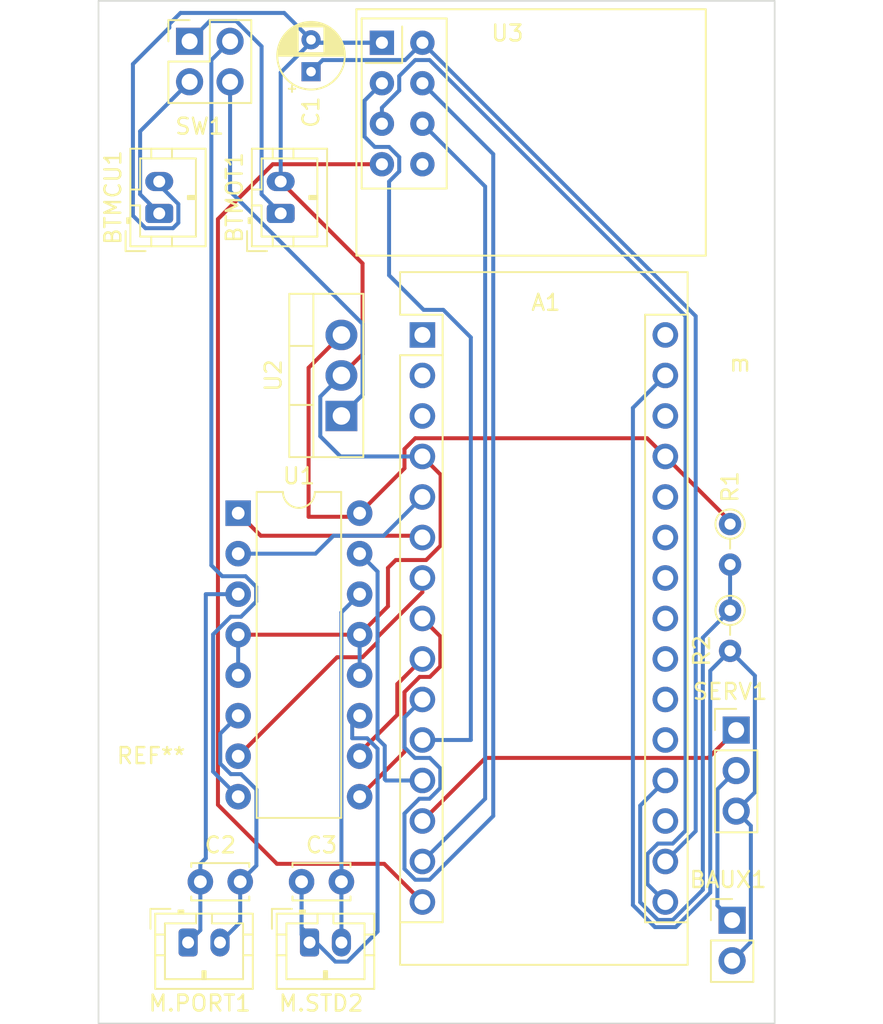
<source format=kicad_pcb>
(kicad_pcb (version 20211014) (generator pcbnew)
  (layers (0 "F.Cu" signal) (31 "B.Cu" signal) (34 "B.Paste" user) (35 "F.Paste" user) (36 "B.SilkS" user "B.Silkscreen") (37 "F.SilkS" user "F.Silkscreen") (38 "B.Mask" user) (39 "F.Mask" user) (44 "Edge.Cuts" user))
  (net 0 "")
  (net 4 "GND")
  (net 5 "Net-(A1-Pad5)")
  (net 6 "Net-(A1-Pad6)")
  (net 7 "Net-(A1-Pad7)")
  (net 8 "Net-(A1-Pad8)")
  (net 9 "Net-(A1-Pad9)")
  (net 10 "Net-(U3-Pad4)")
  (net 11 "Net-(U3-Pad3)")
  (net 12 "Net-(A1-Pad12)")
  (net 13 "Net-(A1-Pad19)")
  (net 14 "Net-(A1-Pad27)")
  (net 15 "Net-(C2-Pad1)")
  (net 16 "Net-(C2-Pad2)")
  (net 17 "Net-(A1-Pad17)")
  (net 19 "Net-(C3-Pad1)")
  (net 27 "Net-(C3-Pad2)")
  (net 30 "Net-(BTMCU1-Pad1)")
  (net 31 "Net-(BTMOT1-Pad1)")
  (net 32 "Net-(SW1-Pad4)")
  (net 34 "Net-(SW1-Pad2)")
  (net 35 "Net-(A1-Pad14)")
  (net 36 "Net-(A1-Pad15)")
  (net 37 "Net-(A1-Pad16)")
  (net 38 "Net-(A1-Pad13)")
  (net 39 "Net-(BAUX1-Pad1)")
  (net 40 "Net-(A1-Pad29)")
  (footprint "Connector_JST:JST_PH_B2B-PH-K_1x02_P2.00mm_Vertical" (layer "F.Cu") (at 105.41 63.5 90)
    (fp_text reference "BTMCU1" (at 1 -2.9 90) (layer "F.SilkS"))
    (fp_text value "2*AAA")
    (pad "1" thru_hole roundrect (at 0 0 90) (size 1.2 1.75) (drill 0.75) (layers *.Cu *.Mask) (roundrect_rratio 0.2083333333) (net 30 "Net-(BTMCU1-Pad1)"))
    (pad "2" thru_hole oval (at 2 0 90) (size 1.2 1.75) (drill 0.75) (layers *.Cu *.Mask) (net 4 "GND"))
  )
  (footprint "Capacitor_THT:C_Disc_D3.4mm_W2.1mm_P2.50mm" (layer "F.Cu") (at 107.99 105.41)
    (fp_text reference "C2" (at 1.25 -2.3) (layer "F.SilkS"))
    (fp_text value "C")
    (pad "1" thru_hole circle (at 0 0) (size 1.6 1.6) (drill 0.8) (layers *.Cu *.Mask) (net 15 "Net-(C2-Pad1)"))
    (pad "2" thru_hole circle (at 2.5 0) (size 1.6 1.6) (drill 0.8) (layers *.Cu *.Mask) (net 16 "Net-(C2-Pad2)"))
  )
  (footprint "Capacitor_THT:C_Disc_D3.4mm_W2.1mm_P2.50mm" (layer "F.Cu") (at 114.34 105.41)
    (fp_text reference "C3" (at 1.25 -2.3) (layer "F.SilkS"))
    (fp_text value "C")
    (pad "1" thru_hole circle (at 0 0) (size 1.6 1.6) (drill 0.8) (layers *.Cu *.Mask) (net 19 "Net-(C3-Pad1)"))
    (pad "2" thru_hole circle (at 2.5 0) (size 1.6 1.6) (drill 0.8) (layers *.Cu *.Mask) (net 27 "Net-(C3-Pad2)"))
  )
  (footprint "Connector_JST:JST_PH_B2B-PH-K_1x02_P2.00mm_Vertical" (layer "F.Cu") (at 113.03 63.5 90)
    (fp_text reference "BTMOT1" (at 1 -2.9 90) (layer "F.SilkS"))
    (fp_text value "9V")
    (pad "1" thru_hole roundrect (at 0 0 90) (size 1.2 1.75) (drill 0.75) (layers *.Cu *.Mask) (roundrect_rratio 0.2083333333) (net 31 "Net-(BTMOT1-Pad1)"))
    (pad "2" thru_hole oval (at 2 0 90) (size 1.2 1.75) (drill 0.75) (layers *.Cu *.Mask) (net 4 "GND"))
  )
  (footprint "Connector_JST:JST_PH_B2B-PH-K_1x02_P2.00mm_Vertical" (layer "F.Cu") (at 107.22 109.22)
    (fp_text reference "M.PORT1" (at 0.73 3.81) (layer "F.SilkS"))
    (fp_text value "Port")
    (pad "1" thru_hole roundrect (at 0 0) (size 1.2 1.75) (drill 0.75) (layers *.Cu *.Mask) (roundrect_rratio 0.2083333333) (net 15 "Net-(C2-Pad1)"))
    (pad "2" thru_hole oval (at 2 0) (size 1.2 1.75) (drill 0.75) (layers *.Cu *.Mask) (net 16 "Net-(C2-Pad2)"))
  )
  (footprint "RF_Module:nRF24L01_Breakout" (layer "F.Cu") (at 119.38 52.795)
    (fp_text reference "U3" (at 7.874 -0.598) (layer "F.SilkS"))
    (fp_text value "NRF24L01_Breakout")
    (pad "1" thru_hole rect (at 0 0) (size 1.524 1.524) (drill 0.762) (layers *.Cu *.Mask) (net 4 "GND"))
    (pad "2" thru_hole circle (at 2.54 0) (size 1.524 1.524) (drill 0.762) (layers *.Cu *.Mask) (net 17 "Net-(A1-Pad17)"))
    (pad "3" thru_hole circle (at 0 2.54) (size 1.524 1.524) (drill 0.762) (layers *.Cu *.Mask) (net 11 "Net-(U3-Pad3)"))
    (pad "4" thru_hole circle (at 2.54 2.54) (size 1.524 1.524) (drill 0.762) (layers *.Cu *.Mask) (net 10 "Net-(U3-Pad4)"))
    (pad "5" thru_hole circle (at 0 5.08) (size 1.524 1.524) (drill 0.762) (layers *.Cu *.Mask) (net 37 "Net-(A1-Pad16)"))
    (pad "6" thru_hole circle (at 2.54 5.08) (size 1.524 1.524) (drill 0.762) (layers *.Cu *.Mask) (net 35 "Net-(A1-Pad14)"))
    (pad "7" thru_hole circle (at 0 7.62) (size 1.524 1.524) (drill 0.762) (layers *.Cu *.Mask) (net 36 "Net-(A1-Pad15)"))
    (pad "8" thru_hole circle (at 2.54 7.62) (size 1.524 1.524) (drill 0.762) (layers *.Cu *.Mask))
  )
  (footprint "MountingHole:MountingHole_2.2mm_M2" (layer "F.Cu") (at 104.902 100.711)
    (fp_text reference "REF**" (at 0 -3.2) (layer "F.SilkS"))
    (fp_text value "MountingHole_2.2mm_M2")
    (pad "" np_thru_hole circle (at 0 0) (size 2.2 2.2) (drill 2.2) (layers *.Cu *.Mask))
  )
  (footprint "Connector_JST:JST_PH_B2B-PH-K_1x02_P2.00mm_Vertical" (layer "F.Cu") (at 114.84 109.22)
    (fp_text reference "M.STD2" (at 0.73 3.81) (layer "F.SilkS"))
    (fp_text value "Starboard")
    (pad "1" thru_hole roundrect (at 0 0) (size 1.2 1.75) (drill 0.75) (layers *.Cu *.Mask) (roundrect_rratio 0.2083333333) (net 19 "Net-(C3-Pad1)"))
    (pad "2" thru_hole oval (at 2 0) (size 1.2 1.75) (drill 0.75) (layers *.Cu *.Mask) (net 27 "Net-(C3-Pad2)"))
  )
  (footprint "Connector_PinHeader_2.54mm:PinHeader_2x02_P2.54mm_Vertical" (layer "F.Cu") (at 107.315 52.705)
    (fp_text reference "SW1" (at 0.635 5.334) (layer "F.SilkS"))
    (fp_text value "SW_DPST")
    (pad "1" thru_hole rect (at 0 0) (size 1.7 1.7) (drill 1) (layers *.Cu *.Mask) (net 31 "Net-(BTMOT1-Pad1)"))
    (pad "2" thru_hole oval (at 2.54 0) (size 1.7 1.7) (drill 1) (layers *.Cu *.Mask) (net 34 "Net-(SW1-Pad2)"))
    (pad "3" thru_hole oval (at 0 2.54) (size 1.7 1.7) (drill 1) (layers *.Cu *.Mask) (net 30 "Net-(BTMCU1-Pad1)"))
    (pad "4" thru_hole oval (at 2.54 2.54) (size 1.7 1.7) (drill 1) (layers *.Cu *.Mask) (net 32 "Net-(SW1-Pad4)"))
  )
  (footprint "MountingHole:MountingHole_2.2mm_M2" (layer "F.Cu") (at 141.351 68.961)
    (fp_text reference "m" (at 0.508 3.937) (layer "F.SilkS"))
    (fp_text value "MountingHole_2.2mm_M2")
    (pad "" np_thru_hole circle (at 0 0) (size 2.2 2.2) (drill 2.2) (layers *.Cu *.Mask))
  )
  (footprint "Capacitor_THT:CP_Radial_D4.0mm_P2.00mm" (layer "F.Cu") (at 114.935 54.61 90)
    (fp_text reference "C1" (at -2.54 0 90) (layer "F.SilkS"))
    (fp_text value "10µF")
    (pad "1" thru_hole rect (at 0 0 90) (size 1.2 1.2) (drill 0.6) (layers *.Cu *.Mask) (net 17 "Net-(A1-Pad17)"))
    (pad "2" thru_hole circle (at 2 0 90) (size 1.2 1.2) (drill 0.6) (layers *.Cu *.Mask) (net 4 "GND"))
  )
  (footprint "Module:Arduino_Nano" (layer "F.Cu") (at 121.92 71.12)
    (fp_text reference "A1" (at 7.747 -2.032) (layer "F.SilkS"))
    (fp_text value "Arduino_Nano_v3.x")
    (pad "1" thru_hole rect (at 0 0) (size 1.6 1.6) (drill 1) (layers *.Cu *.Mask))
    (pad "2" thru_hole oval (at 0 2.54) (size 1.6 1.6) (drill 1) (layers *.Cu *.Mask))
    (pad "3" thru_hole oval (at 0 5.08) (size 1.6 1.6) (drill 1) (layers *.Cu *.Mask))
    (pad "4" thru_hole oval (at 0 7.62) (size 1.6 1.6) (drill 1) (layers *.Cu *.Mask) (net 4 "GND"))
    (pad "5" thru_hole oval (at 0 10.16) (size 1.6 1.6) (drill 1) (layers *.Cu *.Mask) (net 5 "Net-(A1-Pad5)"))
    (pad "6" thru_hole oval (at 0 12.7) (size 1.6 1.6) (drill 1) (layers *.Cu *.Mask) (net 6 "Net-(A1-Pad6)"))
    (pad "7" thru_hole oval (at 0 15.24) (size 1.6 1.6) (drill 1) (layers *.Cu *.Mask) (net 7 "Net-(A1-Pad7)"))
    (pad "8" thru_hole oval (at 0 17.78) (size 1.6 1.6) (drill 1) (layers *.Cu *.Mask) (net 8 "Net-(A1-Pad8)"))
    (pad "9" thru_hole oval (at 0 20.32) (size 1.6 1.6) (drill 1) (layers *.Cu *.Mask) (net 9 "Net-(A1-Pad9)"))
    (pad "10" thru_hole oval (at 0 22.86) (size 1.6 1.6) (drill 1) (layers *.Cu *.Mask) (net 10 "Net-(U3-Pad4)"))
    (pad "11" thru_hole oval (at 0 25.4) (size 1.6 1.6) (drill 1) (layers *.Cu *.Mask) (net 11 "Net-(U3-Pad3)"))
    (pad "12" thru_hole oval (at 0 27.94) (size 1.6 1.6) (drill 1) (layers *.Cu *.Mask) (net 12 "Net-(A1-Pad12)"))
    (pad "13" thru_hole oval (at 0 30.48) (size 1.6 1.6) (drill 1) (layers *.Cu *.Mask) (net 38 "Net-(A1-Pad13)"))
    (pad "14" thru_hole oval (at 0 33.02) (size 1.6 1.6) (drill 1) (layers *.Cu *.Mask) (net 35 "Net-(A1-Pad14)"))
    (pad "15" thru_hole oval (at 0 35.56) (size 1.6 1.6) (drill 1) (layers *.Cu *.Mask) (net 36 "Net-(A1-Pad15)"))
    (pad "16" thru_hole oval (at 15.24 35.56) (size 1.6 1.6) (drill 1) (layers *.Cu *.Mask) (net 37 "Net-(A1-Pad16)"))
    (pad "17" thru_hole oval (at 15.24 33.02) (size 1.6 1.6) (drill 1) (layers *.Cu *.Mask) (net 17 "Net-(A1-Pad17)"))
    (pad "18" thru_hole oval (at 15.24 30.48) (size 1.6 1.6) (drill 1) (layers *.Cu *.Mask))
    (pad "19" thru_hole oval (at 15.24 27.94) (size 1.6 1.6) (drill 1) (layers *.Cu *.Mask) (net 13 "Net-(A1-Pad19)"))
    (pad "20" thru_hole oval (at 15.24 25.4) (size 1.6 1.6) (drill 1) (layers *.Cu *.Mask))
    (pad "21" thru_hole oval (at 15.24 22.86) (size 1.6 1.6) (drill 1) (layers *.Cu *.Mask))
    (pad "22" thru_hole oval (at 15.24 20.32) (size 1.6 1.6) (drill 1) (layers *.Cu *.Mask))
    (pad "23" thru_hole oval (at 15.24 17.78) (size 1.6 1.6) (drill 1) (layers *.Cu *.Mask))
    (pad "24" thru_hole oval (at 15.24 15.24) (size 1.6 1.6) (drill 1) (layers *.Cu *.Mask))
    (pad "25" thru_hole oval (at 15.24 12.7) (size 1.6 1.6) (drill 1) (layers *.Cu *.Mask))
    (pad "26" thru_hole oval (at 15.24 10.16) (size 1.6 1.6) (drill 1) (layers *.Cu *.Mask))
    (pad "27" thru_hole oval (at 15.24 7.62) (size 1.6 1.6) (drill 1) (layers *.Cu *.Mask) (net 14 "Net-(A1-Pad27)"))
    (pad "28" thru_hole oval (at 15.24 5.08) (size 1.6 1.6) (drill 1) (layers *.Cu *.Mask))
    (pad "29" thru_hole oval (at 15.24 2.54) (size 1.6 1.6) (drill 1) (layers *.Cu *.Mask) (net 40 "Net-(A1-Pad29)"))
    (pad "30" thru_hole oval (at 15.24 0) (size 1.6 1.6) (drill 1) (layers *.Cu *.Mask))
  )
  (footprint "Package_DIP:DIP-16_W7.62mm" (layer "F.Cu") (at 110.363 82.296)
    (fp_text reference "U1" (at 3.81 -2.33) (layer "F.SilkS"))
    (fp_text value "L293D")
    (pad "1" thru_hole rect (at 0 0) (size 1.6 1.6) (drill 0.8) (layers *.Cu *.Mask) (net 6 "Net-(A1-Pad6)"))
    (pad "2" thru_hole oval (at 0 2.54) (size 1.6 1.6) (drill 0.8) (layers *.Cu *.Mask) (net 5 "Net-(A1-Pad5)"))
    (pad "3" thru_hole oval (at 0 5.08) (size 1.6 1.6) (drill 0.8) (layers *.Cu *.Mask) (net 15 "Net-(C2-Pad1)"))
    (pad "4" thru_hole oval (at 0 7.62) (size 1.6 1.6) (drill 0.8) (layers *.Cu *.Mask) (net 4 "GND"))
    (pad "5" thru_hole oval (at 0 10.16) (size 1.6 1.6) (drill 0.8) (layers *.Cu *.Mask) (net 4 "GND"))
    (pad "6" thru_hole oval (at 0 12.7) (size 1.6 1.6) (drill 0.8) (layers *.Cu *.Mask) (net 16 "Net-(C2-Pad2)"))
    (pad "7" thru_hole oval (at 0 15.24) (size 1.6 1.6) (drill 0.8) (layers *.Cu *.Mask) (net 7 "Net-(A1-Pad7)"))
    (pad "8" thru_hole oval (at 0 17.78) (size 1.6 1.6) (drill 0.8) (layers *.Cu *.Mask) (net 34 "Net-(SW1-Pad2)"))
    (pad "9" thru_hole oval (at 7.62 17.78) (size 1.6 1.6) (drill 0.8) (layers *.Cu *.Mask) (net 8 "Net-(A1-Pad8)"))
    (pad "10" thru_hole oval (at 7.62 15.24) (size 1.6 1.6) (drill 0.8) (layers *.Cu *.Mask) (net 9 "Net-(A1-Pad9)"))
    (pad "11" thru_hole oval (at 7.62 12.7) (size 1.6 1.6) (drill 0.8) (layers *.Cu *.Mask) (net 19 "Net-(C3-Pad1)"))
    (pad "12" thru_hole oval (at 7.62 10.16) (size 1.6 1.6) (drill 0.8) (layers *.Cu *.Mask) (net 4 "GND"))
    (pad "13" thru_hole oval (at 7.62 7.62) (size 1.6 1.6) (drill 0.8) (layers *.Cu *.Mask) (net 4 "GND"))
    (pad "14" thru_hole oval (at 7.62 5.08) (size 1.6 1.6) (drill 0.8) (layers *.Cu *.Mask) (net 27 "Net-(C3-Pad2)"))
    (pad "15" thru_hole oval (at 7.62 2.54) (size 1.6 1.6) (drill 0.8) (layers *.Cu *.Mask) (net 12 "Net-(A1-Pad12)"))
    (pad "16" thru_hole oval (at 7.62 0) (size 1.6 1.6) (drill 0.8) (layers *.Cu *.Mask) (net 14 "Net-(A1-Pad27)"))
  )
  (footprint "Connector_PinHeader_2.54mm:PinHeader_1x03_P2.54mm_Vertical" (layer "F.Cu") (at 141.605 95.9)
    (fp_text reference "SERV1" (at -0.381 -2.413) (layer "F.SilkS"))
    (fp_text value "Motor_Servo")
    (pad "1" thru_hole rect (at 0 0) (size 1.7 1.7) (drill 1) (layers *.Cu *.Mask) (net 38 "Net-(A1-Pad13)"))
    (pad "2" thru_hole oval (at 0 2.54) (size 1.7 1.7) (drill 1) (layers *.Cu *.Mask) (net 39 "Net-(BAUX1-Pad1)"))
    (pad "3" thru_hole oval (at 0 5.08) (size 1.7 1.7) (drill 1) (layers *.Cu *.Mask) (net 40 "Net-(A1-Pad29)"))
  )
  (footprint "Package_TO_SOT_THT:TO-220-3_Vertical" (layer "F.Cu") (at 116.84 76.2 90)
    (fp_text reference "U2" (at 2.54 -4.27 90) (layer "F.SilkS"))
    (fp_text value "5V regulator")
    (pad "1" thru_hole rect (at 0 0 90) (size 1.905 2) (drill 1.1) (layers *.Cu *.Mask) (net 32 "Net-(SW1-Pad4)"))
    (pad "2" thru_hole oval (at 2.54 0 90) (size 1.905 2) (drill 1.1) (layers *.Cu *.Mask) (net 4 "GND"))
    (pad "3" thru_hole oval (at 5.08 0 90) (size 1.905 2) (drill 1.1) (layers *.Cu *.Mask) (net 14 "Net-(A1-Pad27)"))
  )
  (footprint "Connector_PinHeader_2.54mm:PinHeader_1x02_P2.54mm_Vertical" (layer "F.Cu") (at 141.351 107.823)
    (fp_text reference "BAUX1" (at -0.254 -2.54) (layer "F.SilkS"))
    (fp_text value "Battery")
    (pad "1" thru_hole rect (at 0 0) (size 1.7 1.7) (drill 1) (layers *.Cu *.Mask) (net 39 "Net-(BAUX1-Pad1)"))
    (pad "2" thru_hole oval (at 0 2.54) (size 1.7 1.7) (drill 1) (layers *.Cu *.Mask) (net 40 "Net-(A1-Pad29)"))
  )
  (footprint "Resistor_THT:R_Axial_DIN0204_L3.6mm_D1.6mm_P2.54mm_Vertical" (layer "F.Cu") (at 141.224 82.981 -90)
    (fp_text reference "R1" (at -2.336 0 90) (layer "F.SilkS"))
    (fp_text value "R_Photo")
    (pad "1" thru_hole circle (at 0 0 270) (size 1.4 1.4) (drill 0.7) (layers *.Cu *.Mask) (net 14 "Net-(A1-Pad27)"))
    (pad "2" thru_hole oval (at 2.54 0 270) (size 1.4 1.4) (drill 0.7) (layers *.Cu *.Mask) (net 13 "Net-(A1-Pad19)"))
  )
  (footprint "Resistor_THT:R_Axial_DIN0204_L3.6mm_D1.6mm_P2.54mm_Vertical" (layer "F.Cu") (at 141.224 88.392 -90)
    (fp_text reference "R2" (at 2.54 1.778 90) (layer "F.SilkS"))
    (fp_text value "R")
    (pad "1" thru_hole circle (at 0 0 270) (size 1.4 1.4) (drill 0.7) (layers *.Cu *.Mask) (net 13 "Net-(A1-Pad19)"))
    (pad "2" thru_hole oval (at 2.54 0 270) (size 1.4 1.4) (drill 0.7) (layers *.Cu *.Mask) (net 40 "Net-(A1-Pad29)"))
  )
  (gr_rect (start 144.018 50.165) (end 101.6 114.3) (layer "Edge.Cuts") (width 0.1) (fill none))
  (segment (start 118.16452 72.33548) (end 116.84 73.66) (width 0.25) (layer "F.Cu") (net 4))
  (segment (start 110.363 89.916) (end 117.983 89.916) (width 0.25) (layer "F.Cu") (net 4))
  (segment (start 123.063 79.883) (end 121.92 78.74) (width 0.25) (layer "F.Cu") (net 4))
  (segment (start 117.983 89.916) (end 119.761 88.138) (width 0.25) (layer "F.Cu") (net 4))
  (segment (start 123.063 84.328) (end 123.063 79.883) (width 0.25) (layer "F.Cu") (net 4))
  (segment (start 120.250511 85.235489) (end 122.155511 85.235489) (width 0.25) (layer "F.Cu") (net 4))
  (segment (start 119.761 85.725) (end 120.250511 85.235489) (width 0.25) (layer "F.Cu") (net 4))
  (segment (start 118.16452 66.63452) (end 118.16452 72.33548) (width 0.25) (layer "F.Cu") (net 4))
  (segment (start 119.761 88.138) (end 119.761 85.725) (width 0.25) (layer "F.Cu") (net 4))
  (segment (start 122.155511 85.235489) (end 123.063 84.328) (width 0.25) (layer "F.Cu") (net 4))
  (segment (start 113.03 61.5) (end 118.16452 66.63452) (width 0.25) (layer "F.Cu") (net 4))
  (segment (start 110.363 89.916) (end 110.363 92.456) (width 0.25) (layer "B.Cu") (net 4))
  (segment (start 117.983 89.916) (end 117.983 92.456) (width 0.25) (layer "B.Cu") (net 4))
  (segment (start 114.900978 52.795) (end 113.03 54.665978) (width 0.25) (layer "B.Cu") (net 4))
  (segment (start 106.743978 50.927) (end 113.252 50.927) (width 0.25) (layer "B.Cu") (net 4))
  (segment (start 115.515489 77.477011) (end 116.778478 78.74) (width 0.25) (layer "B.Cu") (net 4))
  (segment (start 105.41 61.5) (end 105.41 61.712507) (width 0.25) (layer "B.Cu") (net 4))
  (segment (start 115.515489 74.984511) (end 115.515489 77.477011) (width 0.25) (layer "B.Cu") (net 4))
  (segment (start 106.045 51.625978) (end 106.743978 50.927) (width 0.25) (layer "B.Cu") (net 4))
  (segment (start 105.41 61.712507) (end 106.60952 62.912027) (width 0.25) (layer "B.Cu") (net 4))
  (segment (start 106.60952 64.087973) (end 106.272973 64.42452) (width 0.25) (layer "B.Cu") (net 4))
  (segment (start 113.252 50.927) (end 114.935 52.61) (width 0.25) (layer "B.Cu") (net 4))
  (segment (start 106.272973 64.42452) (end 104.547027 64.42452) (width 0.25) (layer "B.Cu") (net 4))
  (segment (start 103.759 63.636493) (end 103.759 54.132875) (width 0.25) (layer "B.Cu") (net 4))
  (segment (start 119.38 52.795) (end 115.12 52.795) (width 0.25) (layer "B.Cu") (net 4))
  (segment (start 119.38 52.795) (end 114.900978 52.795) (width 0.25) (layer "B.Cu") (net 4))
  (segment (start 115.12 52.795) (end 114.935 52.61) (width 0.25) (layer "B.Cu") (net 4))
  (segment (start 104.547027 64.42452) (end 103.759 63.636493) (width 0.25) (layer "B.Cu") (net 4))
  (segment (start 113.03 54.665978) (end 113.03 61.5) (width 0.25) (layer "B.Cu") (net 4))
  (segment (start 106.045 51.846875) (end 106.045 51.625978) (width 0.25) (layer "B.Cu") (net 4))
  (segment (start 116.778478 78.74) (end 121.92 78.74) (width 0.25) (layer "B.Cu") (net 4))
  (segment (start 103.759 54.132875) (end 106.045 51.846875) (width 0.25) (layer "B.Cu") (net 4))
  (segment (start 106.60952 62.912027) (end 106.60952 64.087973) (width 0.25) (layer "B.Cu") (net 4))
  (segment (start 116.84 73.66) (end 115.515489 74.984511) (width 0.25) (layer "B.Cu") (net 4))
  (segment (start 119.488511 83.711489) (end 121.92 81.28) (width 0.25) (layer "B.Cu") (net 5))
  (segment (start 116.337793 83.711489) (end 119.488511 83.711489) (width 0.25) (layer "B.Cu") (net 5))
  (segment (start 115.213282 84.836) (end 116.337793 83.711489) (width 0.25) (layer "B.Cu") (net 5))
  (segment (start 110.007 84.836) (end 115.213282 84.836) (width 0.25) (layer "B.Cu") (net 5))
  (segment (start 111.778489 83.711489) (end 121.811489 83.711489) (width 0.25) (layer "F.Cu") (net 6))
  (segment (start 121.811489 83.711489) (end 121.92 83.82) (width 0.25) (layer "F.Cu") (net 6))
  (segment (start 110.363 82.296) (end 111.778489 83.711489) (width 0.25) (layer "F.Cu") (net 6))
  (segment (start 121.92 87.249) (end 121.92 86.36) (width 0.25) (layer "F.Cu") (net 7))
  (segment (start 119.107511 90.061489) (end 119.107511 90.381789) (width 0.25) (layer "F.Cu") (net 7))
  (segment (start 116.567511 91.331489) (end 110.363 97.536) (width 0.25) (layer "F.Cu") (net 7))
  (segment (start 118.157811 91.331489) (end 116.567511 91.331489) (width 0.25) (layer "F.Cu") (net 7))
  (segment (start 119.107511 90.381789) (end 118.157811 91.331489) (width 0.25) (layer "F.Cu") (net 7))
  (segment (start 121.92 87.249) (end 119.107511 90.061489) (width 0.25) (layer "F.Cu") (net 7))
  (segment (start 123.044511 91.905789) (end 123.044511 90.024511) (width 0.25) (layer "F.Cu") (net 8))
  (segment (start 122.385789 92.564511) (end 123.044511 91.905789) (width 0.25) (layer "F.Cu") (net 8))
  (segment (start 120.795489 93.514211) (end 121.745189 92.564511) (width 0.25) (layer "F.Cu") (net 8))
  (segment (start 121.745189 92.564511) (end 122.385789 92.564511) (width 0.25) (layer "F.Cu") (net 8))
  (segment (start 120.795489 93.514211) (end 120.795489 97.263511) (width 0.25) (layer "F.Cu") (net 8))
  (segment (start 123.044511 90.024511) (end 121.92 88.9) (width 0.25) (layer "F.Cu") (net 8))
  (segment (start 120.795489 97.263511) (end 117.983 100.076) (width 0.25) (layer "F.Cu") (net 8))
  (segment (start 120.345969 93.014031) (end 120.345969 94.943313) (width 0.25) (layer "F.Cu") (net 9))
  (segment (start 121.92 91.44) (end 120.345969 93.014031) (width 0.25) (layer "F.Cu") (net 9))
  (segment (start 120.345969 94.943313) (end 117.868141 97.421141) (width 0.25) (layer "F.Cu") (net 9))
  (segment (start 121.7267 100.203) (end 122.3673 100.203) (width 0.25) (layer "B.Cu") (net 10))
  (segment (start 121.4727 105.283) (end 120.795489 104.605789) (width 0.25) (layer "B.Cu") (net 10))
  (segment (start 121.92 55.335) (end 126.365 59.78) (width 0.25) (layer "B.Cu") (net 10))
  (segment (start 123.044511 99.525789) (end 123.044511 98.303233) (width 0.25) (layer "B.Cu") (net 10))
  (segment (start 120.795489 95.104511) (end 121.92 93.98) (width 0.25) (layer "B.Cu") (net 10))
  (segment (start 122.385789 97.644511) (end 121.454211 97.644511) (width 0.25) (layer "B.Cu") (net 10))
  (segment (start 122.3673 100.203) (end 123.044511 99.525789) (width 0.25) (layer "B.Cu") (net 10))
  (segment (start 123.044511 98.303233) (end 122.385789 97.644511) (width 0.25) (layer "B.Cu") (net 10))
  (segment (start 121.454211 97.644511) (end 120.795489 96.985789) (width 0.25) (layer "B.Cu") (net 10))
  (segment (start 120.795489 101.134211) (end 121.7267 100.203) (width 0.25) (layer "B.Cu") (net 10))
  (segment (start 126.365 59.78) (end 126.365 101.2853) (width 0.25) (layer "B.Cu") (net 10))
  (segment (start 120.795489 96.985789) (end 120.795489 95.104511) (width 0.25) (layer "B.Cu") (net 10))
  (segment (start 120.795489 104.605789) (end 120.795489 101.134211) (width 0.25) (layer "B.Cu") (net 10))
  (segment (start 122.3673 105.283) (end 121.4727 105.283) (width 0.25) (layer "B.Cu") (net 10))
  (segment (start 126.365 101.2853) (end 122.3673 105.283) (width 0.25) (layer "B.Cu") (net 10))
  (segment (start 118.293489 58.692027) (end 118.929951 59.328489) (width 0.25) (layer "B.Cu") (net 11))
  (segment (start 121.997687 69.545969) (end 123.230709 69.545969) (width 0.25) (layer "B.Cu") (net 11))
  (segment (start 118.929951 59.328489) (end 119.830049 59.328489) (width 0.25) (layer "B.Cu") (net 11))
  (segment (start 118.293489 56.421511) (end 118.293489 58.692027) (width 0.25) (layer "B.Cu") (net 11))
  (segment (start 120.466511 60.865049) (end 119.82952 61.50204) (width 0.25) (layer "B.Cu") (net 11))
  (segment (start 123.230709 69.545969) (end 124.95796 71.27322) (width 0.25) (layer "B.Cu") (net 11))
  (segment (start 119.82952 61.50204) (end 119.82952 67.377802) (width 0.25) (layer "B.Cu") (net 11))
  (segment (start 119.38 55.335) (end 118.293489 56.421511) (width 0.25) (layer "B.Cu") (net 11))
  (segment (start 124.95796 71.27322) (end 124.95796 96.52) (width 0.25) (layer "B.Cu") (net 11))
  (segment (start 120.466511 59.964951) (end 120.466511 60.865049) (width 0.25) (layer "B.Cu") (net 11))
  (segment (start 119.830049 59.328489) (end 120.466511 59.964951) (width 0.25) (layer "B.Cu") (net 11))
  (segment (start 124.95796 96.52) (end 121.92 96.52) (width 0.25) (layer "B.Cu") (net 11))
  (segment (start 119.82952 67.377802) (end 121.997687 69.545969) (width 0.25) (layer "B.Cu") (net 11))
  (segment (start 117.983 84.836) (end 119.107511 85.960511) (width 0.25) (layer "B.Cu") (net 12))
  (segment (start 119.557031 96.884014) (end 119.557031 98.983031) (width 0.25) (layer "B.Cu") (net 12))
  (segment (start 119.634 99.06) (end 121.92 99.06) (width 0.25) (layer "B.Cu") (net 12))
  (segment (start 119.557031 98.983031) (end 119.634 99.06) (width 0.25) (layer "B.Cu") (net 12))
  (segment (start 119.107511 85.960511) (end 119.107511 96.434493) (width 0.25) (layer "B.Cu") (net 12))
  (segment (start 119.107511 96.434493) (end 119.557031 96.884014) (width 0.25) (layer "B.Cu") (net 12))
  (segment (start 135.585969 106.696269) (end 135.585969 100.634031) (width 0.25) (layer "B.Cu") (net 13))
  (segment (start 139.51452 105.91578) (end 137.625789 107.804511) (width 0.25) (layer "B.Cu") (net 13))
  (segment (start 135.585969 100.634031) (end 137.16 99.06) (width 0.25) (layer "B.Cu") (net 13))
  (segment (start 141.224 88.392) (end 141.224 85.521) (width 0.25) (layer "B.Cu") (net 13))
  (segment (start 141.224 88.392) (end 139.51452 90.10148) (width 0.25) (layer "B.Cu") (net 13))
  (segment (start 136.694211 107.804511) (end 135.585969 106.696269) (width 0.25) (layer "B.Cu") (net 13))
  (segment (start 137.625789 107.804511) (end 136.694211 107.804511) (width 0.25) (layer "B.Cu") (net 13))
  (segment (start 139.51452 90.10148) (end 139.51452 105.91578) (width 0.25) (layer "B.Cu") (net 13))
  (segment (start 120.795489 78.274211) (end 121.4727 77.597) (width 0.25) (layer "F.Cu") (net 14))
  (segment (start 141.224 82.804) (end 141.224 82.981) (width 0.25) (layer "F.Cu") (net 14))
  (segment (start 116.84 71.12) (end 114.780001 73.179999) (width 0.25) (layer "F.Cu") (net 14))
  (segment (start 114.780001 82.522001) (end 117.756999 82.522001) (width 0.25) (layer "F.Cu") (net 14))
  (segment (start 121.4727 77.597) (end 136.017 77.597) (width 0.25) (layer "F.Cu") (net 14))
  (segment (start 117.756999 82.522001) (end 120.795489 79.483511) (width 0.25) (layer "F.Cu") (net 14))
  (segment (start 120.795489 79.483511) (end 120.795489 78.274211) (width 0.25) (layer "F.Cu") (net 14))
  (segment (start 114.780001 73.179999) (end 114.780001 82.522001) (width 0.25) (layer "F.Cu") (net 14))
  (segment (start 137.16 78.74) (end 141.224 82.804) (width 0.25) (layer "F.Cu") (net 14))
  (segment (start 136.017 77.597) (end 137.16 78.74) (width 0.25) (layer "F.Cu") (net 14))
  (segment (start 107.99 105.41) (end 107.99 108.45) (width 0.25) (layer "B.Cu") (net 15))
  (segment (start 108.331 103.93763) (end 108.331 87.376) (width 0.25) (layer "B.Cu") (net 15))
  (segment (start 108.331 87.376) (end 110.363 87.376) (width 0.25) (layer "B.Cu") (net 15))
  (segment (start 107.99 108.45) (end 107.22 109.22) (width 0.25) (layer "B.Cu") (net 15))
  (segment (start 107.99 105.41) (end 107.99 104.27863) (width 0.25) (layer "B.Cu") (net 15))
  (segment (start 107.99 104.27863) (end 108.331 103.93763) (width 0.25) (layer "B.Cu") (net 15))
  (segment (start 110.49 105.41) (end 110.49 107.95) (width 0.25) (layer "B.Cu") (net 16))
  (segment (start 110.363 94.996) (end 109.238489 96.120511) (width 0.25) (layer "B.Cu") (net 16))
  (segment (start 110.49 107.95) (end 109.22 109.22) (width 0.25) (layer "B.Cu") (net 16))
  (segment (start 109.897211 98.660511) (end 110.537811 98.660511) (width 0.25) (layer "B.Cu") (net 16))
  (segment (start 111.506 104.394) (end 110.49 105.41) (width 0.25) (layer "B.Cu") (net 16))
  (segment (start 110.537811 98.660511) (end 111.506 99.6287) (width 0.25) (layer "B.Cu") (net 16))
  (segment (start 109.238489 98.001789) (end 109.897211 98.660511) (width 0.25) (layer "B.Cu") (net 16))
  (segment (start 109.238489 96.120511) (end 109.238489 98.001789) (width 0.25) (layer "B.Cu") (net 16))
  (segment (start 111.506 99.6287) (end 111.506 104.394) (width 0.25) (layer "B.Cu") (net 16))
  (segment (start 139.065 102.235) (end 137.16 104.14) (width 0.25) (layer "B.Cu") (net 17))
  (segment (start 120.833489 53.881511) (end 121.92 52.795) (width 0.25) (layer "B.Cu") (net 17))
  (segment (start 115.663489 53.881511) (end 120.833489 53.881511) (width 0.25) (layer "B.Cu") (net 17))
  (segment (start 139.065 69.94) (end 139.065 102.235) (width 0.25) (layer "B.Cu") (net 17))
  (segment (start 121.92 52.795) (end 139.065 69.94) (width 0.25) (layer "B.Cu") (net 17))
  (segment (start 114.935 54.61) (end 115.663489 53.881511) (width 0.25) (layer "B.Cu") (net 17))
  (segment (start 117.517211 95.461789) (end 117.983 94.996) (width 0.25) (layer "B.Cu") (net 19))
  (segment (start 119.107511 97.070211) (end 118.448789 96.411489) (width 0.25) (layer "B.Cu") (net 19))
  (segment (start 114.34 105.41) (end 114.34 108.302468) (width 0.25) (layer "B.Cu") (net 19))
  (segment (start 119.107511 108.534957) (end 119.107511 97.070211) (width 0.25) (layer "B.Cu") (net 19))
  (segment (start 114.34 108.72) (end 114.84 109.22) (width 0.25) (layer "B.Cu") (net 19))
  (segment (start 114.34 105.41) (end 114.34 108.72) (width 0.25) (layer "B.Cu") (net 19))
  (segment (start 118.448789 96.411489) (end 117.517211 96.411489) (width 0.25) (layer "B.Cu") (net 19))
  (segment (start 117.222948 110.41952) (end 119.107511 108.534957) (width 0.25) (layer "B.Cu") (net 19))
  (segment (start 117.517211 96.411489) (end 117.517211 95.461789) (width 0.25) (layer "B.Cu") (net 19))
  (segment (start 114.34 108.302468) (end 116.457052 110.41952) (width 0.25) (layer "B.Cu") (net 19))
  (segment (start 116.457052 110.41952) (end 117.222948 110.41952) (width 0.25) (layer "B.Cu") (net 19))
  (segment (start 116.84 105.41) (end 116.84 109.22) (width 0.25) (layer "B.Cu") (net 27))
  (segment (start 117.983 87.376) (end 116.84 88.519) (width 0.25) (layer "B.Cu") (net 27))
  (segment (start 116.84 88.519) (end 116.84 105.41) (width 0.25) (layer "B.Cu") (net 27))
  (segment (start 104.21048 58.34952) (end 107.315 55.245) (width 0.25) (layer "B.Cu") (net 30))
  (segment (start 105.41 63.5) (end 104.21048 62.30048) (width 0.25) (layer "B.Cu") (net 30))
  (segment (start 104.21048 62.30048) (end 104.21048 58.34952) (width 0.25) (layer "B.Cu") (net 30))
  (segment (start 110.24601 51.435) (end 108.585 51.435) (width 0.25) (layer "B.Cu") (net 31))
  (segment (start 108.585 51.435) (end 107.315 52.705) (width 0.25) (layer "B.Cu") (net 31))
  (segment (start 111.83048 53.01947) (end 110.24601 51.435) (width 0.25) (layer "B.Cu") (net 31))
  (segment (start 111.83048 62.30048) (end 111.83048 53.01947) (width 0.25) (layer "B.Cu") (net 31))
  (segment (start 113.03 63.5) (end 111.83048 62.30048) (width 0.25) (layer "B.Cu") (net 31))
  (segment (start 118.16452 70.422013) (end 118.16452 74.87548) (width 0.25) (layer "B.Cu") (net 32))
  (segment (start 118.16452 74.87548) (end 116.84 76.2) (width 0.25) (layer "B.Cu") (net 32))
  (segment (start 109.855 62.112493) (end 118.16452 70.422013) (width 0.25) (layer "B.Cu") (net 32))
  (segment (start 109.855 55.245) (end 109.855 62.112493) (width 0.25) (layer "B.Cu") (net 32))
  (segment (start 111.487511 87.841789) (end 110.537811 88.791489) (width 0.25) (layer "B.Cu") (net 34))
  (segment (start 108.788969 98.501969) (end 110.363 100.076) (width 0.25) (layer "B.Cu") (net 34))
  (segment (start 110.828789 86.251489) (end 111.487511 86.910211) (width 0.25) (layer "B.Cu") (net 34))
  (segment (start 111.487511 86.910211) (end 111.487511 87.841789) (width 0.25) (layer "B.Cu") (net 34))
  (segment (start 108.788969 89.899731) (end 108.788969 98.501969) (width 0.25) (layer "B.Cu") (net 34))
  (segment (start 108.680489 85.566489) (end 109.347 86.233) (width 0.25) (layer "B.Cu") (net 34))
  (segment (start 109.855 52.705) (end 108.680489 53.879511) (width 0.25) (layer "B.Cu") (net 34))
  (segment (start 108.680489 53.879511) (end 108.680489 85.566489) (width 0.25) (layer "B.Cu") (net 34))
  (segment (start 109.35548 86.251489) (end 110.828789 86.251489) (width 0.25) (layer "B.Cu") (net 34))
  (segment (start 109.897211 88.791489) (end 108.788969 89.899731) (width 0.25) (layer "B.Cu") (net 34))
  (segment (start 110.537811 88.791489) (end 109.897211 88.791489) (width 0.25) (layer "B.Cu") (net 34))
  (segment (start 125.857 100.203) (end 121.92 104.14) (width 0.25) (layer "B.Cu") (net 35))
  (segment (start 125.857 61.812) (end 125.857 100.203) (width 0.25) (layer "B.Cu") (net 35))
  (segment (start 121.92 57.875) (end 125.857 61.812) (width 0.25) (layer "B.Cu") (net 35))
  (segment (start 112.532532 60.415) (end 109.093 63.854532) (width 0.25) (layer "F.Cu") (net 36))
  (segment (start 112.794489 104.285489) (end 119.525489 104.285489) (width 0.25) (layer "F.Cu") (net 36))
  (segment (start 109.093 100.584) (end 112.794489 104.285489) (width 0.25) (layer "F.Cu") (net 36))
  (segment (start 109.093 63.854532) (end 109.093 100.584) (width 0.25) (layer "F.Cu") (net 36))
  (segment (start 119.38 60.415) (end 112.532532 60.415) (width 0.25) (layer "F.Cu") (net 36))
  (segment (start 119.525489 104.285489) (end 121.92 106.68) (width 0.25) (layer "F.Cu") (net 36))
  (segment (start 136.035489 105.555489) (end 137.16 106.68) (width 0.25) (layer "B.Cu") (net 37))
  (segment (start 121.469951 53.881511) (end 122.370793 53.881511) (width 0.25) (layer "B.Cu") (net 37))
  (segment (start 136.035489 103.674211) (end 136.035489 105.555489) (width 0.25) (layer "B.Cu") (net 37))
  (segment (start 138.43 102.211278) (end 137.625789 103.015489) (width 0.25) (layer "B.Cu") (net 37))
  (segment (start 120.466511 55.785049) (end 120.466511 54.884951) (width 0.25) (layer "B.Cu") (net 37))
  (segment (start 136.694211 103.015489) (end 136.035489 103.674211) (width 0.25) (layer "B.Cu") (net 37))
  (segment (start 138.43 69.940718) (end 138.43 102.211278) (width 0.25) (layer "B.Cu") (net 37))
  (segment (start 119.38 56.87156) (end 120.466511 55.785049) (width 0.25) (layer "B.Cu") (net 37))
  (segment (start 119.38 57.875) (end 119.38 56.87156) (width 0.25) (layer "B.Cu") (net 37))
  (segment (start 122.370793 53.881511) (end 138.43 69.940718) (width 0.25) (layer "B.Cu") (net 37))
  (segment (start 137.625789 103.015489) (end 136.694211 103.015489) (width 0.25) (layer "B.Cu") (net 37))
  (segment (start 120.466511 54.884951) (end 121.469951 53.881511) (width 0.25) (layer "B.Cu") (net 37))
  (segment (start 139.860489 97.644511) (end 125.875489 97.644511) (width 0.25) (layer "F.Cu") (net 38))
  (segment (start 125.875489 97.644511) (end 121.92 101.6) (width 0.25) (layer "F.Cu") (net 38))
  (segment (start 141.605 95.9) (end 139.860489 97.644511) (width 0.25) (layer "F.Cu") (net 38))
  (segment (start 140.430489 99.614511) (end 140.430489 106.902489) (width 0.25) (layer "B.Cu") (net 39))
  (segment (start 141.605 98.44) (end 140.430489 99.614511) (width 0.25) (layer "B.Cu") (net 39))
  (segment (start 140.430489 106.902489) (end 141.351 107.823) (width 0.25) (layer "B.Cu") (net 39))
  (segment (start 142.779511 99.805489) (end 142.779511 92.487511) (width 0.25) (layer "B.Cu") (net 40))
  (segment (start 141.605 100.98) (end 142.779511 99.805489) (width 0.25) (layer "B.Cu") (net 40))
  (segment (start 142.525511 101.900511) (end 141.605 100.98) (width 0.25) (layer "B.Cu") (net 40))
  (segment (start 136.508014 108.254031) (end 135.128 106.874017) (width 0.25) (layer "B.Cu") (net 40))
  (segment (start 137.811986 108.254031) (end 136.508014 108.254031) (width 0.25) (layer "B.Cu") (net 40))
  (segment (start 139.980969 106.085048) (end 137.811986 108.254031) (width 0.25) (layer "B.Cu") (net 40))
  (segment (start 141.224 90.932) (end 139.980969 92.175031) (width 0.25) (layer "B.Cu") (net 40))
  (segment (start 135.128 106.874017) (end 135.128 75.692) (width 0.25) (layer "B.Cu") (net 40))
  (segment (start 142.525511 109.188489) (end 142.525511 101.900511) (width 0.25) (layer "B.Cu") (net 40))
  (segment (start 139.980969 92.175031) (end 139.980969 106.085048) (width 0.25) (layer "B.Cu") (net 40))
  (segment (start 135.128 75.692) (end 137.16 73.66) (width 0.25) (layer "B.Cu") (net 40))
  (segment (start 141.351 110.363) (end 142.525511 109.188489) (width 0.25) (layer "B.Cu") (net 40))
  (segment (start 142.779511 92.487511) (end 141.224 90.932) (width 0.25) (layer "B.Cu") (net 40))
)
</source>
